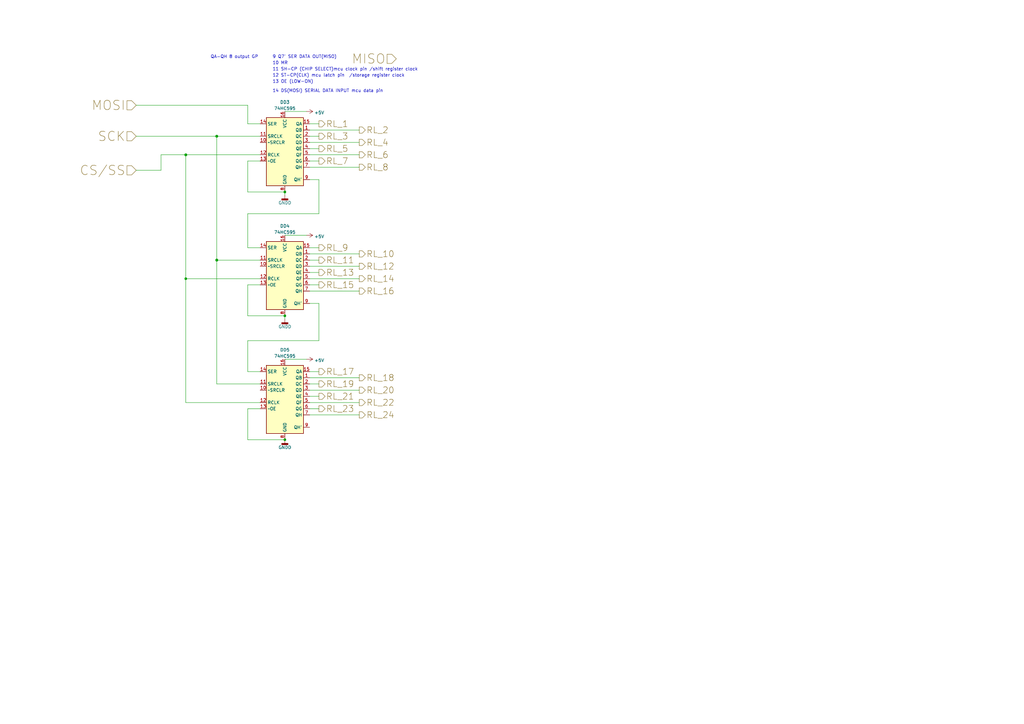
<source format=kicad_sch>
(kicad_sch (version 20210621) (generator eeschema)

  (uuid f3e9d218-bfa9-47e0-86eb-88e767012ce2)

  (paper "A3")

  (lib_symbols
    (symbol "my_Library:74HC595" (in_bom yes) (on_board yes)
      (property "Reference" "DD" (id 0) (at 0 19.05 0)
        (effects (font (size 1.27 1.27)))
      )
      (property "Value" "74HC595" (id 1) (at 0 16.51 0)
        (effects (font (size 1.27 1.27)))
      )
      (property "Footprint" "my_Library_ftprint:DIP-16_W7.62mm_Socket_LongPads" (id 2) (at 0 0 0)
        (effects (font (size 1.27 1.27)) hide)
      )
      (property "Datasheet" "http://www.ti.com/lit/ds/symlink/sn74hc595.pdf" (id 3) (at 0 0 0)
        (effects (font (size 1.27 1.27)) hide)
      )
      (property "ki_keywords" "HCMOS SR 3State" (id 4) (at 0 0 0)
        (effects (font (size 1.27 1.27)) hide)
      )
      (property "ki_description" "8-bit serial in/out Shift Register 3-State Outputs" (id 5) (at 0 0 0)
        (effects (font (size 1.27 1.27)) hide)
      )
      (property "ki_fp_filters" "DIP*W7.62mm* SOIC*3.9x9.9mm*P1.27mm* TSSOP*4.4x5mm*P0.65mm* SOIC*5.3x10.2mm*P1.27mm* SOIC*7.5x10.3mm*P1.27mm*" (id 6) (at 0 0 0)
        (effects (font (size 1.27 1.27)) hide)
      )
      (symbol "74HC595_1_0"
        (pin tri_state line (at 10.16 7.62 180) (length 2.54)
          (name "QB" (effects (font (size 1.27 1.27))))
          (number "1" (effects (font (size 1.27 1.27))))
        )
        (pin input line (at -10.16 2.54 0) (length 2.54)
          (name "~SRCLR" (effects (font (size 1.27 1.27))))
          (number "10" (effects (font (size 1.27 1.27))))
        )
        (pin input line (at -10.16 5.08 0) (length 2.54)
          (name "SRCLK" (effects (font (size 1.27 1.27))))
          (number "11" (effects (font (size 1.27 1.27))))
        )
        (pin input line (at -10.16 -2.54 0) (length 2.54)
          (name "RCLK" (effects (font (size 1.27 1.27))))
          (number "12" (effects (font (size 1.27 1.27))))
        )
        (pin input line (at -10.16 -5.08 0) (length 2.54)
          (name "~OE" (effects (font (size 1.27 1.27))))
          (number "13" (effects (font (size 1.27 1.27))))
        )
        (pin input line (at -10.16 10.16 0) (length 2.54)
          (name "SER" (effects (font (size 1.27 1.27))))
          (number "14" (effects (font (size 1.27 1.27))))
        )
        (pin tri_state line (at 10.16 10.16 180) (length 2.54)
          (name "QA" (effects (font (size 1.27 1.27))))
          (number "15" (effects (font (size 1.27 1.27))))
        )
        (pin power_in line (at 0 15.24 270) (length 2.54)
          (name "VCC" (effects (font (size 1.27 1.27))))
          (number "16" (effects (font (size 1.27 1.27))))
        )
        (pin tri_state line (at 10.16 5.08 180) (length 2.54)
          (name "QC" (effects (font (size 1.27 1.27))))
          (number "2" (effects (font (size 1.27 1.27))))
        )
        (pin tri_state line (at 10.16 2.54 180) (length 2.54)
          (name "QD" (effects (font (size 1.27 1.27))))
          (number "3" (effects (font (size 1.27 1.27))))
        )
        (pin tri_state line (at 10.16 0 180) (length 2.54)
          (name "QE" (effects (font (size 1.27 1.27))))
          (number "4" (effects (font (size 1.27 1.27))))
        )
        (pin tri_state line (at 10.16 -2.54 180) (length 2.54)
          (name "QF" (effects (font (size 1.27 1.27))))
          (number "5" (effects (font (size 1.27 1.27))))
        )
        (pin tri_state line (at 10.16 -5.08 180) (length 2.54)
          (name "QG" (effects (font (size 1.27 1.27))))
          (number "6" (effects (font (size 1.27 1.27))))
        )
        (pin tri_state line (at 10.16 -7.62 180) (length 2.54)
          (name "QH" (effects (font (size 1.27 1.27))))
          (number "7" (effects (font (size 1.27 1.27))))
        )
        (pin power_in line (at 0 -17.78 90) (length 2.54)
          (name "GND" (effects (font (size 1.27 1.27))))
          (number "8" (effects (font (size 1.27 1.27))))
        )
        (pin output line (at 10.16 -12.7 180) (length 2.54)
          (name "QH'" (effects (font (size 1.27 1.27))))
          (number "9" (effects (font (size 1.27 1.27))))
        )
      )
      (symbol "74HC595_1_1"
        (rectangle (start -7.62 12.7) (end 7.62 -15.24)
          (stroke (width 0.254)) (fill (type background))
        )
      )
    )
    (symbol "power:+5V" (power) (pin_names (offset 0)) (in_bom yes) (on_board yes)
      (property "Reference" "#PWR" (id 0) (at 0 -3.81 0)
        (effects (font (size 1.27 1.27)) hide)
      )
      (property "Value" "+5V" (id 1) (at 0 3.556 0)
        (effects (font (size 1.27 1.27)))
      )
      (property "Footprint" "" (id 2) (at 0 0 0)
        (effects (font (size 1.27 1.27)) hide)
      )
      (property "Datasheet" "" (id 3) (at 0 0 0)
        (effects (font (size 1.27 1.27)) hide)
      )
      (property "ki_keywords" "power-flag" (id 4) (at 0 0 0)
        (effects (font (size 1.27 1.27)) hide)
      )
      (property "ki_description" "Power symbol creates a global label with name \"+5V\"" (id 5) (at 0 0 0)
        (effects (font (size 1.27 1.27)) hide)
      )
      (symbol "+5V_0_1"
        (polyline
          (pts
            (xy -0.762 1.27)
            (xy 0 2.54)
          )
          (stroke (width 0)) (fill (type none))
        )
        (polyline
          (pts
            (xy 0 0)
            (xy 0 2.54)
          )
          (stroke (width 0)) (fill (type none))
        )
        (polyline
          (pts
            (xy 0 2.54)
            (xy 0.762 1.27)
          )
          (stroke (width 0)) (fill (type none))
        )
      )
      (symbol "+5V_1_1"
        (pin power_in line (at 0 0 90) (length 0) hide
          (name "+5V" (effects (font (size 1.27 1.27))))
          (number "1" (effects (font (size 1.27 1.27))))
        )
      )
    )
    (symbol "power:GNDD" (power) (pin_names (offset 0)) (in_bom yes) (on_board yes)
      (property "Reference" "#PWR" (id 0) (at 0 -6.35 0)
        (effects (font (size 1.27 1.27)) hide)
      )
      (property "Value" "GNDD" (id 1) (at 0 -3.175 0)
        (effects (font (size 1.27 1.27)))
      )
      (property "Footprint" "" (id 2) (at 0 0 0)
        (effects (font (size 1.27 1.27)) hide)
      )
      (property "Datasheet" "" (id 3) (at 0 0 0)
        (effects (font (size 1.27 1.27)) hide)
      )
      (property "ki_keywords" "power-flag" (id 4) (at 0 0 0)
        (effects (font (size 1.27 1.27)) hide)
      )
      (property "ki_description" "Power symbol creates a global label with name \"GNDD\" , digital ground" (id 5) (at 0 0 0)
        (effects (font (size 1.27 1.27)) hide)
      )
      (symbol "GNDD_0_1"
        (rectangle (start -1.27 -1.524) (end 1.27 -2.032)
          (stroke (width 0.254)) (fill (type outline))
        )
        (polyline
          (pts
            (xy 0 0)
            (xy 0 -1.524)
          )
          (stroke (width 0)) (fill (type none))
        )
      )
      (symbol "GNDD_1_1"
        (pin power_in line (at 0 0 270) (length 0) hide
          (name "GNDD" (effects (font (size 1.27 1.27))))
          (number "1" (effects (font (size 1.27 1.27))))
        )
      )
    )
  )


  (junction (at 76.2 63.5) (diameter 1.016) (color 0 0 0 0))
  (junction (at 76.2 114.3) (diameter 0) (color 0 0 0 0))
  (junction (at 88.9 55.88) (diameter 1.016) (color 0 0 0 0))
  (junction (at 88.9 106.68) (diameter 1.016) (color 0 0 0 0))
  (junction (at 116.84 78.74) (diameter 0) (color 0 0 0 0))
  (junction (at 116.84 129.54) (diameter 0) (color 0 0 0 0))
  (junction (at 116.84 180.34) (diameter 0) (color 0 0 0 0))

  (wire (pts (xy 55.88 43.18) (xy 101.6 43.18))
    (stroke (width 0) (type solid) (color 0 0 0 0))
    (uuid d0c3b84a-499a-40be-950c-a8d77fcbc047)
  )
  (wire (pts (xy 55.88 55.88) (xy 88.9 55.88))
    (stroke (width 0) (type solid) (color 0 0 0 0))
    (uuid c970506d-5dcb-4a17-af73-e3a70a931e5a)
  )
  (wire (pts (xy 55.88 69.85) (xy 66.04 69.85))
    (stroke (width 0) (type solid) (color 0 0 0 0))
    (uuid e863bb6f-cdad-4231-92a8-e107067b3fda)
  )
  (wire (pts (xy 66.04 63.5) (xy 66.04 69.85))
    (stroke (width 0) (type solid) (color 0 0 0 0))
    (uuid e863bb6f-cdad-4231-92a8-e107067b3fda)
  )
  (wire (pts (xy 76.2 63.5) (xy 66.04 63.5))
    (stroke (width 0) (type solid) (color 0 0 0 0))
    (uuid 3410836d-743a-4730-9e6b-508c7a36f56b)
  )
  (wire (pts (xy 76.2 63.5) (xy 76.2 114.3))
    (stroke (width 0) (type solid) (color 0 0 0 0))
    (uuid 5f2ce5ae-a6e2-439e-bca2-a14c877a8d16)
  )
  (wire (pts (xy 76.2 114.3) (xy 106.68 114.3))
    (stroke (width 0) (type solid) (color 0 0 0 0))
    (uuid 5f2ce5ae-a6e2-439e-bca2-a14c877a8d16)
  )
  (wire (pts (xy 76.2 165.1) (xy 76.2 114.3))
    (stroke (width 0) (type solid) (color 0 0 0 0))
    (uuid daab151e-8b1d-451d-a9cf-2aac15866110)
  )
  (wire (pts (xy 88.9 55.88) (xy 88.9 106.68))
    (stroke (width 0) (type solid) (color 0 0 0 0))
    (uuid aaff0f9a-a3ec-4e26-95ba-30dc14da5f15)
  )
  (wire (pts (xy 88.9 55.88) (xy 106.68 55.88))
    (stroke (width 0) (type solid) (color 0 0 0 0))
    (uuid c970506d-5dcb-4a17-af73-e3a70a931e5a)
  )
  (wire (pts (xy 88.9 106.68) (xy 88.9 157.48))
    (stroke (width 0) (type solid) (color 0 0 0 0))
    (uuid 7d1322fe-7a9b-4974-b780-ad66de30368d)
  )
  (wire (pts (xy 88.9 106.68) (xy 106.68 106.68))
    (stroke (width 0) (type solid) (color 0 0 0 0))
    (uuid aaff0f9a-a3ec-4e26-95ba-30dc14da5f15)
  )
  (wire (pts (xy 88.9 157.48) (xy 106.68 157.48))
    (stroke (width 0) (type solid) (color 0 0 0 0))
    (uuid 7d1322fe-7a9b-4974-b780-ad66de30368d)
  )
  (wire (pts (xy 101.6 43.18) (xy 101.6 50.8))
    (stroke (width 0) (type solid) (color 0 0 0 0))
    (uuid d0c3b84a-499a-40be-950c-a8d77fcbc047)
  )
  (wire (pts (xy 101.6 50.8) (xy 106.68 50.8))
    (stroke (width 0) (type solid) (color 0 0 0 0))
    (uuid d0c3b84a-499a-40be-950c-a8d77fcbc047)
  )
  (wire (pts (xy 101.6 66.04) (xy 101.6 78.74))
    (stroke (width 0) (type solid) (color 0 0 0 0))
    (uuid d72e4527-46de-4374-8887-0ae2f1226920)
  )
  (wire (pts (xy 101.6 78.74) (xy 116.84 78.74))
    (stroke (width 0) (type solid) (color 0 0 0 0))
    (uuid b35db7d5-4699-41f5-b2a8-cbb39539178c)
  )
  (wire (pts (xy 101.6 87.63) (xy 101.6 101.6))
    (stroke (width 0) (type solid) (color 0 0 0 0))
    (uuid 7cc71f8d-1892-466f-a84e-be98c1a09980)
  )
  (wire (pts (xy 101.6 87.63) (xy 130.81 87.63))
    (stroke (width 0) (type solid) (color 0 0 0 0))
    (uuid a360568a-a883-4be3-b5fb-a54d432bbcb6)
  )
  (wire (pts (xy 101.6 101.6) (xy 106.68 101.6))
    (stroke (width 0) (type solid) (color 0 0 0 0))
    (uuid d154373a-5f86-47b4-83a1-2b7d756b18b1)
  )
  (wire (pts (xy 101.6 116.84) (xy 101.6 129.54))
    (stroke (width 0) (type solid) (color 0 0 0 0))
    (uuid 9e482406-1c14-4269-aecb-0e49e644a4ab)
  )
  (wire (pts (xy 101.6 129.54) (xy 116.84 129.54))
    (stroke (width 0) (type solid) (color 0 0 0 0))
    (uuid 9e482406-1c14-4269-aecb-0e49e644a4ab)
  )
  (wire (pts (xy 101.6 139.7) (xy 101.6 152.4))
    (stroke (width 0) (type solid) (color 0 0 0 0))
    (uuid 0be76d90-77c0-42ce-b99a-c108d15fc0c0)
  )
  (wire (pts (xy 101.6 152.4) (xy 106.68 152.4))
    (stroke (width 0) (type solid) (color 0 0 0 0))
    (uuid 0be76d90-77c0-42ce-b99a-c108d15fc0c0)
  )
  (wire (pts (xy 101.6 167.64) (xy 101.6 180.34))
    (stroke (width 0) (type solid) (color 0 0 0 0))
    (uuid f4e4eade-2626-4e5c-8ae4-3013856328f6)
  )
  (wire (pts (xy 101.6 180.34) (xy 116.84 180.34))
    (stroke (width 0) (type solid) (color 0 0 0 0))
    (uuid f4e4eade-2626-4e5c-8ae4-3013856328f6)
  )
  (wire (pts (xy 106.68 63.5) (xy 76.2 63.5))
    (stroke (width 0) (type solid) (color 0 0 0 0))
    (uuid 3410836d-743a-4730-9e6b-508c7a36f56b)
  )
  (wire (pts (xy 106.68 66.04) (xy 101.6 66.04))
    (stroke (width 0) (type solid) (color 0 0 0 0))
    (uuid d72e4527-46de-4374-8887-0ae2f1226920)
  )
  (wire (pts (xy 106.68 116.84) (xy 101.6 116.84))
    (stroke (width 0) (type solid) (color 0 0 0 0))
    (uuid 9e482406-1c14-4269-aecb-0e49e644a4ab)
  )
  (wire (pts (xy 106.68 165.1) (xy 76.2 165.1))
    (stroke (width 0) (type solid) (color 0 0 0 0))
    (uuid daab151e-8b1d-451d-a9cf-2aac15866110)
  )
  (wire (pts (xy 106.68 167.64) (xy 101.6 167.64))
    (stroke (width 0) (type solid) (color 0 0 0 0))
    (uuid f4e4eade-2626-4e5c-8ae4-3013856328f6)
  )
  (wire (pts (xy 116.84 45.72) (xy 125.73 45.72))
    (stroke (width 0) (type solid) (color 0 0 0 0))
    (uuid a3eabdb4-06dc-4352-8991-1399e4e7e04c)
  )
  (wire (pts (xy 116.84 80.01) (xy 116.84 78.74))
    (stroke (width 0) (type solid) (color 0 0 0 0))
    (uuid 2350f300-2e42-4eaa-bc95-796832944ae8)
  )
  (wire (pts (xy 116.84 96.52) (xy 125.73 96.52))
    (stroke (width 0) (type solid) (color 0 0 0 0))
    (uuid 868964f3-1cd2-4df3-a0c7-40bcf25507f1)
  )
  (wire (pts (xy 116.84 130.81) (xy 116.84 129.54))
    (stroke (width 0) (type solid) (color 0 0 0 0))
    (uuid 3e98f616-c2ec-414e-8b8c-6846dacd569e)
  )
  (wire (pts (xy 116.84 147.32) (xy 125.73 147.32))
    (stroke (width 0) (type solid) (color 0 0 0 0))
    (uuid 075aaf6c-8fbe-400a-bd4e-d48fdd1ba075)
  )
  (wire (pts (xy 127 50.8) (xy 130.81 50.8))
    (stroke (width 0) (type solid) (color 0 0 0 0))
    (uuid a48ea6dd-21eb-41fd-9dc7-f8b76e7d92e5)
  )
  (wire (pts (xy 127 53.34) (xy 147.32 53.34))
    (stroke (width 0) (type solid) (color 0 0 0 0))
    (uuid 4d10af38-6cc1-4a4d-82bb-b99acf899819)
  )
  (wire (pts (xy 127 55.88) (xy 130.81 55.88))
    (stroke (width 0) (type solid) (color 0 0 0 0))
    (uuid 13a3a6e8-44c6-4e4f-b9d7-622c1c08d758)
  )
  (wire (pts (xy 127 58.42) (xy 147.32 58.42))
    (stroke (width 0) (type solid) (color 0 0 0 0))
    (uuid aa1e8fd0-9be1-447c-b7a2-5b3294dd983e)
  )
  (wire (pts (xy 127 60.96) (xy 130.81 60.96))
    (stroke (width 0) (type solid) (color 0 0 0 0))
    (uuid 84464536-db26-4624-92f1-49830602cda5)
  )
  (wire (pts (xy 127 63.5) (xy 147.32 63.5))
    (stroke (width 0) (type solid) (color 0 0 0 0))
    (uuid 270e7ce9-3c9c-473f-a37b-d86bf6d1f40a)
  )
  (wire (pts (xy 127 66.04) (xy 130.81 66.04))
    (stroke (width 0) (type solid) (color 0 0 0 0))
    (uuid 897c3102-d52f-478e-a09c-527bb1ca95b2)
  )
  (wire (pts (xy 127 68.58) (xy 147.32 68.58))
    (stroke (width 0) (type solid) (color 0 0 0 0))
    (uuid bf740da8-f138-4c49-909b-50189e464bbc)
  )
  (wire (pts (xy 127 101.6) (xy 130.81 101.6))
    (stroke (width 0) (type solid) (color 0 0 0 0))
    (uuid fa1522e6-609e-4bcb-be9b-d620c20ffebf)
  )
  (wire (pts (xy 127 104.14) (xy 147.32 104.14))
    (stroke (width 0) (type solid) (color 0 0 0 0))
    (uuid 7add41fc-b16c-4254-891d-b416432f36f1)
  )
  (wire (pts (xy 127 106.68) (xy 130.81 106.68))
    (stroke (width 0) (type solid) (color 0 0 0 0))
    (uuid dabd554c-a46b-4838-8807-158f208c85ae)
  )
  (wire (pts (xy 127 109.22) (xy 147.32 109.22))
    (stroke (width 0) (type solid) (color 0 0 0 0))
    (uuid 9d4fba5f-6acc-4fd9-b997-6eb8767b56b6)
  )
  (wire (pts (xy 127 111.76) (xy 130.81 111.76))
    (stroke (width 0) (type solid) (color 0 0 0 0))
    (uuid 26f0d96c-bd73-487c-84c2-f59d26a88d93)
  )
  (wire (pts (xy 127 114.3) (xy 147.32 114.3))
    (stroke (width 0) (type solid) (color 0 0 0 0))
    (uuid fa427db4-734a-40cf-8d1b-3c004d8ba68a)
  )
  (wire (pts (xy 127 116.84) (xy 130.81 116.84))
    (stroke (width 0) (type solid) (color 0 0 0 0))
    (uuid 33c562c2-bf81-475e-a4b4-51cd5290641b)
  )
  (wire (pts (xy 127 119.38) (xy 147.32 119.38))
    (stroke (width 0) (type solid) (color 0 0 0 0))
    (uuid 792578a8-c5ea-441d-823a-a2814764c45c)
  )
  (wire (pts (xy 127 124.46) (xy 130.81 124.46))
    (stroke (width 0) (type solid) (color 0 0 0 0))
    (uuid 0be76d90-77c0-42ce-b99a-c108d15fc0c0)
  )
  (wire (pts (xy 127 152.4) (xy 130.81 152.4))
    (stroke (width 0) (type solid) (color 0 0 0 0))
    (uuid c3490dd9-85f4-46af-8c8b-16c1180d83a5)
  )
  (wire (pts (xy 127 154.94) (xy 147.32 154.94))
    (stroke (width 0) (type solid) (color 0 0 0 0))
    (uuid 2aa04d52-624b-4e78-a95b-780466ad9203)
  )
  (wire (pts (xy 127 157.48) (xy 130.81 157.48))
    (stroke (width 0) (type solid) (color 0 0 0 0))
    (uuid bfbfc3e3-c0ef-40d5-a489-7b0b324c9030)
  )
  (wire (pts (xy 127 160.02) (xy 147.32 160.02))
    (stroke (width 0) (type solid) (color 0 0 0 0))
    (uuid 4922e939-dff0-4f9e-92bb-a902a06ef173)
  )
  (wire (pts (xy 127 162.56) (xy 130.81 162.56))
    (stroke (width 0) (type solid) (color 0 0 0 0))
    (uuid 9b15d3dd-00ef-4602-8516-26e53cfbb52f)
  )
  (wire (pts (xy 127 165.1) (xy 147.32 165.1))
    (stroke (width 0) (type solid) (color 0 0 0 0))
    (uuid eaa2b966-d847-4fef-97b1-149d874c473c)
  )
  (wire (pts (xy 127 167.64) (xy 130.81 167.64))
    (stroke (width 0) (type solid) (color 0 0 0 0))
    (uuid 5a3e515b-0d86-49eb-9bbe-450533da2a0e)
  )
  (wire (pts (xy 127 170.18) (xy 147.32 170.18))
    (stroke (width 0) (type solid) (color 0 0 0 0))
    (uuid fe624995-ed24-448b-aef6-0b49f93cb80b)
  )
  (wire (pts (xy 130.81 73.66) (xy 127 73.66))
    (stroke (width 0) (type solid) (color 0 0 0 0))
    (uuid 898b0c2f-0076-4920-b3a8-fae342c2ab1e)
  )
  (wire (pts (xy 130.81 73.66) (xy 130.81 87.63))
    (stroke (width 0) (type solid) (color 0 0 0 0))
    (uuid a360568a-a883-4be3-b5fb-a54d432bbcb6)
  )
  (wire (pts (xy 130.81 124.46) (xy 130.81 139.7))
    (stroke (width 0) (type solid) (color 0 0 0 0))
    (uuid 0be76d90-77c0-42ce-b99a-c108d15fc0c0)
  )
  (wire (pts (xy 130.81 139.7) (xy 101.6 139.7))
    (stroke (width 0) (type solid) (color 0 0 0 0))
    (uuid 0be76d90-77c0-42ce-b99a-c108d15fc0c0)
  )

  (text "QA-QH 8 output GP" (at 86.36 24.13 0)
    (effects (font (size 1.27 1.27)) (justify left bottom))
    (uuid 80f09846-5f70-4e31-972f-455495216e87)
  )
  (text "9 Q7' SER DATA OUT(MISO)" (at 111.76 24.13 0)
    (effects (font (size 1.27 1.27)) (justify left bottom))
    (uuid 869aa4db-4455-4ed2-9267-bcd025124b32)
  )
  (text "10 MR" (at 111.76 26.67 0)
    (effects (font (size 1.27 1.27)) (justify left bottom))
    (uuid a1f13f0f-69bd-4568-8f62-f04e52be0cd8)
  )
  (text "11 SH-CP (CHIP SELECT)mcu clock pin /shift register clock "
    (at 111.76 29.21 0)
    (effects (font (size 1.27 1.27)) (justify left bottom))
    (uuid 4d96845f-c9bb-4edf-94e0-deed610f2f39)
  )
  (text "12 ST-CP(CLK) mcu latch pin  /storage register clock"
    (at 111.76 31.75 0)
    (effects (font (size 1.27 1.27)) (justify left bottom))
    (uuid 2807d9f6-8e02-4b6b-94ac-72b3d2e25b52)
  )
  (text "13 OE (LOW-ON)" (at 111.76 34.29 0)
    (effects (font (size 1.27 1.27)) (justify left bottom))
    (uuid 72a97262-4c81-4421-bce6-faf540dd31a4)
  )
  (text "14 DS(MOSI) SERIAL DATA INPUT mcu data pin" (at 111.76 38.1 0)
    (effects (font (size 1.27 1.27)) (justify left bottom))
    (uuid 8f52bec4-9b80-4c6b-b5fb-a1b76fc161b7)
  )

  (hierarchical_label "MOSI" (shape input) (at 55.88 43.18 180)
    (effects (font (size 3.81 3.81)) (justify right))
    (uuid 44c2bc6e-7a0d-4100-91ef-dd822866c5b3)
  )
  (hierarchical_label "SCK" (shape input) (at 55.88 55.88 180)
    (effects (font (size 3.81 3.81)) (justify right))
    (uuid a906b3c5-5c2f-49d5-98b2-2fb7da77f75f)
  )
  (hierarchical_label "CS{slash}SS" (shape input) (at 55.88 69.85 180)
    (effects (font (size 3.81 3.81)) (justify right))
    (uuid 99b21892-6e60-492f-b2ec-626599bf800c)
  )
  (hierarchical_label "RL_1" (shape output) (at 130.81 50.8 0)
    (effects (font (size 2.54 2.54)) (justify left))
    (uuid 39500142-2aaa-483e-b2a6-83b52a02f5da)
  )
  (hierarchical_label "RL_3" (shape output) (at 130.81 55.88 0)
    (effects (font (size 2.54 2.54)) (justify left))
    (uuid aa6baade-e91d-492c-b6e4-c036d8ec208c)
  )
  (hierarchical_label "RL_5" (shape output) (at 130.81 60.96 0)
    (effects (font (size 2.54 2.54)) (justify left))
    (uuid b0a9b8ef-4761-4cfb-8943-ac39f67feb5a)
  )
  (hierarchical_label "RL_7" (shape output) (at 130.81 66.04 0)
    (effects (font (size 2.54 2.54)) (justify left))
    (uuid 0352cc75-9274-45f8-ad82-0306dddeaea3)
  )
  (hierarchical_label "RL_9" (shape output) (at 130.81 101.6 0)
    (effects (font (size 2.54 2.54)) (justify left))
    (uuid 02ca892f-11a6-4ebb-9694-e928fe67a126)
  )
  (hierarchical_label "RL_11" (shape output) (at 130.81 106.68 0)
    (effects (font (size 2.54 2.54)) (justify left))
    (uuid 2d721a57-b6cb-4441-81e0-6088155fc7e2)
  )
  (hierarchical_label "RL_13" (shape output) (at 130.81 111.76 0)
    (effects (font (size 2.54 2.54)) (justify left))
    (uuid e7c238f3-68b6-4b56-a892-5defdd0a490d)
  )
  (hierarchical_label "RL_15" (shape output) (at 130.81 116.84 0)
    (effects (font (size 2.54 2.54)) (justify left))
    (uuid d67ef5dd-7513-4aad-8c5f-2dd2c984f937)
  )
  (hierarchical_label "RL_17" (shape output) (at 130.81 152.4 0)
    (effects (font (size 2.54 2.54)) (justify left))
    (uuid b1eadaf1-3cd3-4fcd-8317-948177c8cf42)
  )
  (hierarchical_label "RL_19" (shape output) (at 130.81 157.48 0)
    (effects (font (size 2.54 2.54)) (justify left))
    (uuid 179042de-4bb5-4163-b02a-5b695053ad58)
  )
  (hierarchical_label "RL_21" (shape output) (at 130.81 162.56 0)
    (effects (font (size 2.54 2.54)) (justify left))
    (uuid 424e76df-5f7a-4cf8-8e59-8c535895be1f)
  )
  (hierarchical_label "RL_23" (shape output) (at 130.81 167.64 0)
    (effects (font (size 2.54 2.54)) (justify left))
    (uuid 2de005c1-3e78-401e-8157-67002b1b69ac)
  )
  (hierarchical_label "RL_2" (shape output) (at 147.32 53.34 0)
    (effects (font (size 2.54 2.54)) (justify left))
    (uuid 1bcbf55d-685e-405d-9d54-c7d2b0c5b9ce)
  )
  (hierarchical_label "RL_4" (shape output) (at 147.32 58.42 0)
    (effects (font (size 2.54 2.54)) (justify left))
    (uuid 1b9014f4-8c0f-44e1-a04a-44cfb94dd0f1)
  )
  (hierarchical_label "RL_6" (shape output) (at 147.32 63.5 0)
    (effects (font (size 2.54 2.54)) (justify left))
    (uuid adc90fbc-ff04-4130-a497-1bbb8bbc5126)
  )
  (hierarchical_label "RL_8" (shape output) (at 147.32 68.58 0)
    (effects (font (size 2.54 2.54)) (justify left))
    (uuid de71ea69-435d-4992-b853-12fb84506cee)
  )
  (hierarchical_label "RL_10" (shape output) (at 147.32 104.14 0)
    (effects (font (size 2.54 2.54)) (justify left))
    (uuid e503adb3-2a6b-4f34-a83a-4fee91cbffb7)
  )
  (hierarchical_label "RL_12" (shape output) (at 147.32 109.22 0)
    (effects (font (size 2.54 2.54)) (justify left))
    (uuid 4cf7c313-f9ec-49c4-8250-5061d9bcf97f)
  )
  (hierarchical_label "RL_14" (shape output) (at 147.32 114.3 0)
    (effects (font (size 2.54 2.54)) (justify left))
    (uuid af39999a-25f5-4a4c-a0eb-7ab7230f0e9f)
  )
  (hierarchical_label "RL_16" (shape output) (at 147.32 119.38 0)
    (effects (font (size 2.54 2.54)) (justify left))
    (uuid 2a61f0f2-a064-4291-9b23-4e31131de45a)
  )
  (hierarchical_label "RL_18" (shape output) (at 147.32 154.94 0)
    (effects (font (size 2.54 2.54)) (justify left))
    (uuid d8934fd9-9020-4169-a4d1-aed5e61cf6c6)
  )
  (hierarchical_label "RL_20" (shape output) (at 147.32 160.02 0)
    (effects (font (size 2.54 2.54)) (justify left))
    (uuid 0d40686c-aceb-47e6-9cf3-90b91e111287)
  )
  (hierarchical_label "RL_22" (shape output) (at 147.32 165.1 0)
    (effects (font (size 2.54 2.54)) (justify left))
    (uuid 80f3bcd4-5855-4f30-b784-34de7f67a567)
  )
  (hierarchical_label "RL_24" (shape output) (at 147.32 170.18 0)
    (effects (font (size 2.54 2.54)) (justify left))
    (uuid a8b9d8d3-b109-435c-8029-ad207770b8fb)
  )
  (hierarchical_label "MISO" (shape input) (at 162.56 24.13 180)
    (effects (font (size 3.81 3.81)) (justify right))
    (uuid aa421ddd-e3dd-4c1c-b913-7e1511eccecb)
  )

  (symbol (lib_id "power:+5V") (at 125.73 45.72 270) (unit 1)
    (in_bom yes) (on_board yes) (fields_autoplaced)
    (uuid f0226d06-3d73-43df-897f-d3ad0d0d8c33)
    (property "Reference" "#PWR04" (id 0) (at 121.92 45.72 0)
      (effects (font (size 1.27 1.27)) hide)
    )
    (property "Value" "+5V" (id 1) (at 128.9051 46.199 90)
      (effects (font (size 1.27 1.27)) (justify left))
    )
    (property "Footprint" "" (id 2) (at 125.73 45.72 0)
      (effects (font (size 1.27 1.27)) hide)
    )
    (property "Datasheet" "" (id 3) (at 125.73 45.72 0)
      (effects (font (size 1.27 1.27)) hide)
    )
    (pin "1" (uuid 297535c7-4441-4444-b376-2a48d92bfb0b))
  )

  (symbol (lib_id "power:+5V") (at 125.73 96.52 270) (unit 1)
    (in_bom yes) (on_board yes) (fields_autoplaced)
    (uuid 911a141d-b339-46e2-b4ec-fc5029ea1474)
    (property "Reference" "#PWR05" (id 0) (at 121.92 96.52 0)
      (effects (font (size 1.27 1.27)) hide)
    )
    (property "Value" "+5V" (id 1) (at 128.9051 96.999 90)
      (effects (font (size 1.27 1.27)) (justify left))
    )
    (property "Footprint" "" (id 2) (at 125.73 96.52 0)
      (effects (font (size 1.27 1.27)) hide)
    )
    (property "Datasheet" "" (id 3) (at 125.73 96.52 0)
      (effects (font (size 1.27 1.27)) hide)
    )
    (pin "1" (uuid 09ea96dc-5ac8-4170-bf9a-daf8ef868904))
  )

  (symbol (lib_id "power:+5V") (at 125.73 147.32 270) (unit 1)
    (in_bom yes) (on_board yes) (fields_autoplaced)
    (uuid 646e0b18-e2a2-4054-af41-c4512c5512ea)
    (property "Reference" "#PWR06" (id 0) (at 121.92 147.32 0)
      (effects (font (size 1.27 1.27)) hide)
    )
    (property "Value" "+5V" (id 1) (at 128.9051 147.799 90)
      (effects (font (size 1.27 1.27)) (justify left))
    )
    (property "Footprint" "" (id 2) (at 125.73 147.32 0)
      (effects (font (size 1.27 1.27)) hide)
    )
    (property "Datasheet" "" (id 3) (at 125.73 147.32 0)
      (effects (font (size 1.27 1.27)) hide)
    )
    (pin "1" (uuid ca1b29d2-95ff-4dc8-8e8a-0931580995e8))
  )

  (symbol (lib_id "power:GNDD") (at 116.84 80.01 0) (unit 1)
    (in_bom yes) (on_board yes) (fields_autoplaced)
    (uuid 97b859ad-f4ea-4830-b8af-347874e2bdc3)
    (property "Reference" "#PWR01" (id 0) (at 116.84 86.36 0)
      (effects (font (size 1.27 1.27)) hide)
    )
    (property "Value" "GNDD" (id 1) (at 116.84 83.185 0))
    (property "Footprint" "" (id 2) (at 116.84 80.01 0)
      (effects (font (size 1.27 1.27)) hide)
    )
    (property "Datasheet" "" (id 3) (at 116.84 80.01 0)
      (effects (font (size 1.27 1.27)) hide)
    )
    (pin "1" (uuid e8478f78-6947-4e62-86d7-6357368b4e1a))
  )

  (symbol (lib_id "power:GNDD") (at 116.84 130.81 0) (unit 1)
    (in_bom yes) (on_board yes) (fields_autoplaced)
    (uuid 3c1e6fa3-324c-48fb-9bf3-7cc45be5ba0c)
    (property "Reference" "#PWR02" (id 0) (at 116.84 137.16 0)
      (effects (font (size 1.27 1.27)) hide)
    )
    (property "Value" "GNDD" (id 1) (at 116.84 133.985 0))
    (property "Footprint" "" (id 2) (at 116.84 130.81 0)
      (effects (font (size 1.27 1.27)) hide)
    )
    (property "Datasheet" "" (id 3) (at 116.84 130.81 0)
      (effects (font (size 1.27 1.27)) hide)
    )
    (pin "1" (uuid d5e129bb-3236-4494-b0f2-edc11b82edae))
  )

  (symbol (lib_id "power:GNDD") (at 116.84 180.34 0) (unit 1)
    (in_bom yes) (on_board yes) (fields_autoplaced)
    (uuid 466ea396-ce3d-433d-9a71-7cc5536c5f95)
    (property "Reference" "#PWR03" (id 0) (at 116.84 186.69 0)
      (effects (font (size 1.27 1.27)) hide)
    )
    (property "Value" "GNDD" (id 1) (at 116.84 183.515 0))
    (property "Footprint" "" (id 2) (at 116.84 180.34 0)
      (effects (font (size 1.27 1.27)) hide)
    )
    (property "Datasheet" "" (id 3) (at 116.84 180.34 0)
      (effects (font (size 1.27 1.27)) hide)
    )
    (pin "1" (uuid 45503e2d-2085-4f8a-9af2-30e550ad4121))
  )

  (symbol (lib_id "my_Library:74HC595") (at 116.84 60.96 0) (unit 1)
    (in_bom yes) (on_board yes) (fields_autoplaced)
    (uuid e85be47c-caff-4854-9771-4e02a8934051)
    (property "Reference" "DD3" (id 0) (at 116.84 41.91 0))
    (property "Value" "74HC595" (id 1) (at 116.84 44.45 0))
    (property "Footprint" "my_Library_ftprint:DIP-16_W7.62mm_Socket_LongPads" (id 2) (at 116.84 60.96 0)
      (effects (font (size 1.27 1.27)) hide)
    )
    (property "Datasheet" "http://www.ti.com/lit/ds/symlink/sn74hc595.pdf" (id 3) (at 116.84 60.96 0)
      (effects (font (size 1.27 1.27)) hide)
    )
    (pin "1" (uuid 7589283d-e242-45a1-a7d3-b62cec80a61b))
    (pin "10" (uuid c9434d8f-0193-42e9-bd83-0f99a050a9c0))
    (pin "11" (uuid 62a9f3b0-5238-423c-a94a-aac68fc20567))
    (pin "12" (uuid 83554aed-81f5-475f-bad5-3656d7850f23))
    (pin "13" (uuid e402be13-aa89-4f14-b261-b4501bcd9d0d))
    (pin "14" (uuid ce87a639-515e-4a53-a5c9-d4df079e7ca8))
    (pin "15" (uuid e92c59c9-a577-4f23-8ba8-de0cbdd1ffb4))
    (pin "16" (uuid 75b008f1-6e52-4733-97c2-f65d3c0ccfb6))
    (pin "2" (uuid 099c52b6-9b0b-4cf4-b052-95ef2bf97da6))
    (pin "3" (uuid 65f634e5-5f58-4a70-806a-409c29c8015c))
    (pin "4" (uuid c0d78013-09ae-4e0f-94e7-a95994cecb33))
    (pin "5" (uuid 04a054bf-d5b6-4c72-aed4-a23656bee92b))
    (pin "6" (uuid fef825cb-cc24-486a-9826-3e511496955a))
    (pin "7" (uuid 2b97e7ca-2fe9-4d16-b5b0-5efacfcfed0c))
    (pin "8" (uuid 8e004cc5-61e8-494c-aa81-55c2d102c4aa))
    (pin "9" (uuid bcb977ed-7451-44c3-bcf1-30dd6ff5b56f))
  )

  (symbol (lib_id "my_Library:74HC595") (at 116.84 111.76 0) (unit 1)
    (in_bom yes) (on_board yes) (fields_autoplaced)
    (uuid 25dc7f5e-ce1a-41a9-973e-8b9283c384f9)
    (property "Reference" "DD4" (id 0) (at 116.84 92.71 0))
    (property "Value" "74HC595" (id 1) (at 116.84 95.25 0))
    (property "Footprint" "my_Library_ftprint:DIP-16_W7.62mm_Socket_LongPads" (id 2) (at 116.84 111.76 0)
      (effects (font (size 1.27 1.27)) hide)
    )
    (property "Datasheet" "http://www.ti.com/lit/ds/symlink/sn74hc595.pdf" (id 3) (at 116.84 111.76 0)
      (effects (font (size 1.27 1.27)) hide)
    )
    (pin "1" (uuid b18abc9c-5cec-4c39-a403-b94167339677))
    (pin "10" (uuid 9e397745-c265-4dae-845d-aa8776c39c2b))
    (pin "11" (uuid 72ca3a05-aaab-43a7-87bc-fde0f7a0871d))
    (pin "12" (uuid ce9121e2-4d96-4408-883e-11e59dadcecc))
    (pin "13" (uuid 3bd12ca4-fc6d-4114-b02a-e296f63afa04))
    (pin "14" (uuid 3b1c02b8-7b22-4788-8077-fb78c8888173))
    (pin "15" (uuid 89d2fd89-fce8-4e3f-b389-e665cd1b9b10))
    (pin "16" (uuid 139bcedb-8058-4ff1-a4d2-fbcbc75bae2c))
    (pin "2" (uuid d0712d99-0812-47d6-bbec-980cb542a52a))
    (pin "3" (uuid cf2889df-88f9-4902-a79d-3cda8c06c558))
    (pin "4" (uuid 08a7e29f-347b-45bd-be19-7f9e198e82fd))
    (pin "5" (uuid 469944b1-14c7-49f9-839d-fa8e7f5a9b22))
    (pin "6" (uuid e6008bb7-19a7-4ecb-a468-abe93b287971))
    (pin "7" (uuid 82c115e0-e653-4de7-9162-1f445b874c78))
    (pin "8" (uuid 32d59017-66e2-4f84-b88b-39a87a14e93a))
    (pin "9" (uuid ec141a0d-3c6a-4755-a1c2-97b9a536fe29))
  )

  (symbol (lib_id "my_Library:74HC595") (at 116.84 162.56 0) (unit 1)
    (in_bom yes) (on_board yes) (fields_autoplaced)
    (uuid 0fe7c98b-0fb4-42f5-9147-267bdfb2203a)
    (property "Reference" "DD5" (id 0) (at 116.84 143.51 0))
    (property "Value" "74HC595" (id 1) (at 116.84 146.05 0))
    (property "Footprint" "my_Library_ftprint:DIP-16_W7.62mm_Socket_LongPads" (id 2) (at 116.84 162.56 0)
      (effects (font (size 1.27 1.27)) hide)
    )
    (property "Datasheet" "http://www.ti.com/lit/ds/symlink/sn74hc595.pdf" (id 3) (at 116.84 162.56 0)
      (effects (font (size 1.27 1.27)) hide)
    )
    (pin "1" (uuid 64000144-d1e6-4ea8-86eb-d48df7c48314))
    (pin "10" (uuid 7b013640-6347-4bdf-8534-4c62fdf61733))
    (pin "11" (uuid 1d43e304-fd50-4df4-b64a-55cede5613fd))
    (pin "12" (uuid 8cebd2fa-e134-475c-8530-8cb4e366d3e5))
    (pin "13" (uuid 9769f26d-7379-41a0-8166-b870cc0b723f))
    (pin "14" (uuid 9dc5ddd4-d98e-4f85-9665-d61fb00a5582))
    (pin "15" (uuid 411a6cb1-a8a5-49e4-8509-28368c05274a))
    (pin "16" (uuid 6d63d8fa-2c2e-4627-81da-db15e6bdecc0))
    (pin "2" (uuid 619ee7d0-b500-4582-92b1-f43acd416936))
    (pin "3" (uuid d15736b2-4508-43bf-85b4-4e9a5029c847))
    (pin "4" (uuid b7c5fd7a-347c-400a-ad9e-bf6f77b100e6))
    (pin "5" (uuid b4a5cffa-f972-4d2c-a7cc-a8415506b0ea))
    (pin "6" (uuid 541af478-53ba-4a2d-aed3-c63950e32b1e))
    (pin "7" (uuid 4c7cbed7-cd42-4e69-aded-f8cd0416197a))
    (pin "8" (uuid 5b931559-14a3-4c36-8edb-80b8596d2fa7))
    (pin "9" (uuid 35ca75a1-cc50-44bf-b865-36e9e4818020))
  )
)

</source>
